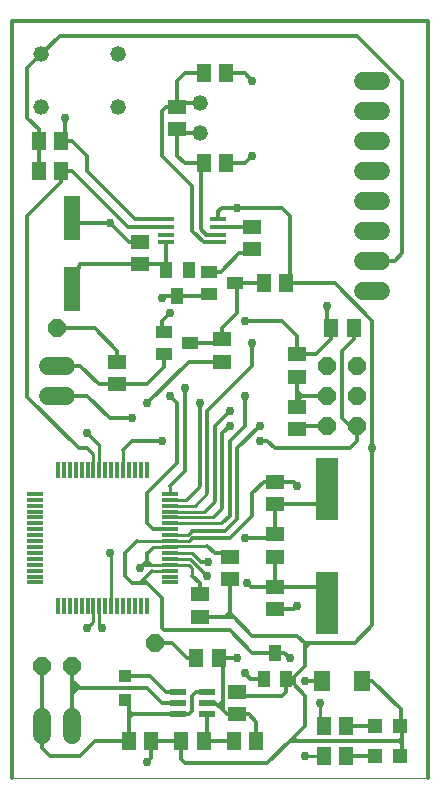
<source format=gtl>
G04 EAGLE Gerber RS-274X export*
G75*
%MOMM*%
%FSLAX34Y34*%
%LPD*%
%INTop Layer*%
%IPPOS*%
%AMOC8*
5,1,8,0,0,1.08239X$1,22.5*%
G01*
%ADD10C,0.000000*%
%ADD11C,0.304800*%
%ADD12P,1.649562X8X22.500000*%
%ADD13P,1.649562X8X112.500000*%
%ADD14R,1.300000X1.500000*%
%ADD15R,1.500000X1.300000*%
%ADD16R,1.400000X3.800000*%
%ADD17R,1.000000X1.400000*%
%ADD18R,0.300000X1.475000*%
%ADD19R,1.475000X0.300000*%
%ADD20R,1.400000X0.600000*%
%ADD21R,1.425000X0.450000*%
%ADD22R,1.000000X1.000000*%
%ADD23R,1.400000X1.000000*%
%ADD24R,1.930400X5.334000*%
%ADD25C,1.508000*%
%ADD26C,1.320800*%
%ADD27R,1.200000X1.200000*%
%ADD28R,1.400000X1.800000*%
%ADD29C,0.756400*%
%ADD30C,0.254000*%
%ADD31C,0.152400*%


D10*
X0Y0D02*
X352300Y0D01*
D11*
X352300Y641250D01*
X0Y641250D01*
X0Y0D01*
D12*
X120650Y114300D03*
X25400Y95250D03*
D13*
X292100Y298450D03*
X266700Y298450D03*
X292100Y323850D03*
X266700Y323850D03*
X292100Y349250D03*
X266700Y349250D03*
D14*
X98450Y31750D03*
X117450Y31750D03*
D15*
X184150Y187300D03*
X184150Y168300D03*
X241300Y314300D03*
X241300Y295300D03*
X190500Y54000D03*
X190500Y73000D03*
X222250Y231800D03*
X222250Y250800D03*
X222250Y161900D03*
X222250Y142900D03*
X107950Y454000D03*
X107950Y435000D03*
D16*
X50800Y474500D03*
X50800Y414500D03*
D15*
X158750Y155550D03*
X158750Y136550D03*
D17*
X139700Y408100D03*
X130200Y430100D03*
X149200Y430100D03*
D12*
X38100Y381000D03*
X50800Y95250D03*
D18*
X38700Y145820D03*
X43700Y145820D03*
X48700Y145820D03*
X53700Y145820D03*
X58700Y145820D03*
X63700Y145820D03*
X68700Y145820D03*
X73700Y145820D03*
X78700Y145820D03*
X83700Y145820D03*
X88700Y145820D03*
X93700Y145820D03*
X98700Y145820D03*
X103700Y145820D03*
X108700Y145820D03*
X113700Y145820D03*
D19*
X133580Y165700D03*
X133580Y170700D03*
X133580Y175700D03*
X133580Y180700D03*
X133580Y185700D03*
X133580Y190700D03*
X133580Y195700D03*
X133580Y200700D03*
X133580Y205700D03*
X133580Y210700D03*
X133580Y215700D03*
X133580Y220700D03*
X133580Y225700D03*
X133580Y230700D03*
X133580Y235700D03*
X133580Y240700D03*
D18*
X113700Y260580D03*
X108700Y260580D03*
X103700Y260580D03*
X98700Y260580D03*
X93700Y260580D03*
X88700Y260580D03*
X83700Y260580D03*
X78700Y260580D03*
X73700Y260580D03*
X68700Y260580D03*
X63700Y260580D03*
X58700Y260580D03*
X53700Y260580D03*
X48700Y260580D03*
X43700Y260580D03*
X38700Y260580D03*
D19*
X18820Y240700D03*
X18820Y235700D03*
X18820Y230700D03*
X18820Y225700D03*
X18820Y220700D03*
X18820Y215700D03*
X18820Y210700D03*
X18820Y205700D03*
X18820Y200700D03*
X18820Y195700D03*
X18820Y190700D03*
X18820Y185700D03*
X18820Y180700D03*
X18820Y175700D03*
X18820Y170700D03*
X18820Y165700D03*
D20*
X139900Y73000D03*
X139900Y63500D03*
X139900Y54000D03*
X164900Y54000D03*
X164900Y63500D03*
X164900Y73000D03*
D21*
X174520Y453800D03*
X174520Y460300D03*
X174520Y466800D03*
X174520Y473300D03*
X130280Y473300D03*
X130280Y466800D03*
X130280Y460300D03*
X130280Y453800D03*
D22*
X95250Y86200D03*
X95250Y66200D03*
D23*
X188800Y419100D03*
X166800Y409600D03*
X166800Y428600D03*
D24*
X266700Y148590D03*
X266700Y245110D03*
D14*
X187350Y31750D03*
X206350Y31750D03*
D15*
X222250Y187350D03*
X222250Y206350D03*
X88900Y333400D03*
X88900Y352400D03*
D14*
X288900Y381000D03*
X269900Y381000D03*
D15*
X241300Y339750D03*
X241300Y358750D03*
D14*
X142900Y31750D03*
X161900Y31750D03*
X41250Y514350D03*
X22250Y514350D03*
X41250Y539750D03*
X22250Y539750D03*
D15*
X177800Y371450D03*
X177800Y352450D03*
X203200Y447700D03*
X203200Y466700D03*
D14*
X231750Y419100D03*
X212750Y419100D03*
D25*
X50800Y51990D02*
X50800Y36910D01*
X25400Y36910D02*
X25400Y51990D01*
X30560Y323850D02*
X45640Y323850D01*
X45640Y349250D02*
X30560Y349250D01*
D17*
X222250Y106250D03*
X231750Y84250D03*
X212750Y84250D03*
D15*
X139700Y568300D03*
X139700Y549300D03*
D26*
X158750Y571500D03*
X158750Y546100D03*
D14*
X161950Y520700D03*
X180950Y520700D03*
X161950Y596900D03*
X180950Y596900D03*
D25*
X297260Y412750D02*
X312340Y412750D01*
X312340Y438150D02*
X297260Y438150D01*
X297260Y463550D02*
X312340Y463550D01*
X312340Y488950D02*
X297260Y488950D01*
X297260Y514350D02*
X312340Y514350D01*
X312340Y539750D02*
X297260Y539750D01*
X297260Y565150D02*
X312340Y565150D01*
X312340Y590550D02*
X297260Y590550D01*
D23*
X150700Y368300D03*
X128700Y358800D03*
X128700Y377800D03*
D27*
X328000Y44450D03*
X307000Y44450D03*
X328000Y19050D03*
X307000Y19050D03*
D14*
X282550Y19050D03*
X263550Y19050D03*
X282550Y44450D03*
X263550Y44450D03*
D26*
X24638Y613156D03*
X89662Y613156D03*
X89662Y567944D03*
X24638Y567944D03*
D28*
X262400Y82550D03*
X296400Y82550D03*
D14*
X155600Y101600D03*
X174600Y101600D03*
D11*
X142900Y31750D02*
X117450Y31750D01*
X127000Y63500D02*
X139900Y63500D01*
X127000Y63500D02*
X114300Y76200D01*
X50800Y71120D02*
X50800Y44450D01*
X50800Y71120D02*
X50800Y77470D01*
X50800Y81280D01*
X50800Y82550D01*
X50800Y95250D01*
D29*
X114300Y13942D03*
D11*
X117450Y17092D01*
X117450Y31750D01*
X228600Y69850D02*
X231750Y73000D01*
X231750Y84250D01*
X107950Y454000D02*
X98450Y454000D01*
D29*
X190500Y482600D03*
D11*
X177148Y482600D01*
X174520Y479972D01*
X247650Y95250D02*
X238125Y85725D01*
X236650Y84250D01*
X231750Y84250D01*
X247650Y110490D02*
X247650Y114300D01*
X241300Y120650D01*
X203200Y120650D01*
X174520Y473300D02*
X174520Y479972D01*
X142900Y31750D02*
X142900Y15850D01*
X146050Y12700D01*
X215900Y12700D01*
X238125Y34925D02*
X247650Y44450D01*
X238125Y34925D02*
X234950Y31750D01*
X215900Y12700D01*
X247650Y44450D02*
X247650Y69850D01*
X233250Y84250D02*
X231750Y84250D01*
X238125Y79375D02*
X247650Y69850D01*
X238125Y79375D02*
X234950Y82550D01*
X233250Y84250D01*
X234950Y82550D02*
X236650Y84250D01*
X238125Y85725D02*
X238125Y79375D01*
X184150Y139700D02*
X184150Y140360D01*
X184150Y168300D01*
X187300Y136550D02*
X203200Y120650D01*
X187300Y136550D02*
X184150Y139700D01*
X241300Y295300D02*
X244450Y298450D01*
X266700Y298450D01*
X304800Y387350D02*
X273050Y419100D01*
X304800Y387350D02*
X304800Y279400D01*
X273050Y419100D02*
X231750Y419100D01*
X304800Y279400D02*
X304800Y129271D01*
X289829Y114300D01*
X251460Y114300D01*
X247650Y114300D01*
X228600Y482600D02*
X190500Y482600D01*
X228600Y482600D02*
X234950Y476250D01*
X234950Y422300D01*
X231750Y419100D01*
X234950Y31750D02*
X247650Y31750D01*
X327660Y31750D01*
X330200Y31750D02*
X330200Y34290D01*
X330200Y31750D02*
X330200Y29210D01*
X330200Y21250D01*
D30*
X328000Y19050D01*
D29*
X82550Y469900D03*
D11*
X98450Y454000D01*
X327660Y31750D02*
X330200Y31750D01*
X327660Y31750D02*
X330200Y34290D01*
X327660Y31750D02*
X330200Y29210D01*
D30*
X247650Y31750D02*
X241300Y31750D01*
X238125Y34925D01*
D11*
X114300Y76200D02*
X57150Y76200D01*
X50800Y82550D01*
X55880Y76200D02*
X50800Y71120D01*
X52070Y76200D02*
X55880Y76200D01*
X52070Y76200D02*
X50800Y77470D01*
X55880Y76200D02*
X57150Y76200D01*
X55880Y76200D02*
X50800Y81280D01*
X193650Y69850D02*
X228600Y69850D01*
X193650Y69850D02*
X190500Y73000D01*
X247650Y110490D02*
X251460Y114300D01*
X247650Y110490D02*
X247650Y95250D01*
X180340Y136550D02*
X158750Y136550D01*
X180340Y136550D02*
X187300Y136550D01*
X184150Y140360D02*
X180340Y136550D01*
X180950Y520700D02*
X196850Y520700D01*
X203200Y527050D01*
D29*
X203200Y527050D03*
D11*
X196850Y596900D02*
X180950Y596900D01*
X196850Y596900D02*
X203200Y590550D01*
D29*
X203200Y590550D03*
D11*
X328000Y44450D02*
X329100Y43350D01*
X330200Y42250D01*
X330200Y34290D01*
D29*
X304800Y279400D03*
D11*
X304800Y82550D02*
X296400Y82550D01*
X329100Y58250D02*
X329100Y43350D01*
X329100Y58250D02*
X304800Y82550D01*
X82550Y469900D02*
X51409Y469900D01*
X50800Y474500D01*
D30*
X119500Y195700D02*
X133580Y195700D01*
X119500Y195700D02*
X114300Y190500D01*
D11*
X114300Y184150D01*
D30*
X117750Y180700D02*
X133580Y180700D01*
X117750Y180700D02*
X114300Y184150D01*
D29*
X107950Y177800D03*
D11*
X110850Y180700D01*
D30*
X115210Y180700D01*
D11*
X113030Y182880D02*
X114300Y184150D01*
X113030Y182880D02*
X110850Y180700D01*
X330200Y444500D02*
X330200Y590550D01*
X330200Y444500D02*
X323850Y438150D01*
X304800Y438150D01*
X165300Y408100D02*
X139700Y408100D01*
X165300Y408100D02*
X166800Y409600D01*
D29*
X101600Y304800D03*
X127000Y406400D03*
D11*
X128700Y408100D01*
X139700Y408100D01*
X63500Y323850D02*
X38100Y323850D01*
X63500Y323850D02*
X82550Y304800D01*
X101600Y304800D01*
X330200Y590550D02*
X292100Y628650D01*
X22250Y539750D02*
X18288Y543712D01*
X22250Y539750D02*
X22250Y514350D01*
D30*
X133580Y180700D02*
X149500Y180700D01*
X152400Y177800D01*
D29*
X196850Y387350D03*
D11*
X228600Y387350D01*
X241300Y374650D01*
X241300Y358750D01*
D30*
X134730Y196850D02*
X133580Y195700D01*
D11*
X165100Y196850D02*
X171450Y190500D01*
X180950Y190500D01*
X184150Y187300D01*
D30*
X165100Y196850D02*
X134730Y196850D01*
X152400Y177800D02*
X152400Y171450D01*
D11*
X158750Y165100D01*
X158750Y155550D01*
D30*
X117750Y180700D02*
X115210Y180700D01*
X113030Y182880D01*
D11*
X148321Y101600D02*
X155600Y101600D01*
X148321Y101600D02*
X135621Y114300D01*
X120650Y114300D01*
D29*
X247650Y82550D03*
D11*
X262400Y82550D01*
X269900Y371500D02*
X269900Y381000D01*
X257150Y358750D02*
X241300Y358750D01*
X257150Y358750D02*
X269900Y371500D01*
X269900Y381000D02*
X266700Y384200D01*
X266700Y400050D01*
D29*
X266700Y400050D03*
D11*
X40132Y628650D02*
X24638Y613156D01*
X40132Y628650D02*
X292100Y628650D01*
X24638Y613156D02*
X12700Y601218D01*
X12700Y558800D01*
X22250Y549250D02*
X22250Y539750D01*
X22250Y549250D02*
X12700Y558800D01*
X288900Y381000D02*
X288900Y371450D01*
X279400Y361950D01*
X279400Y304800D01*
X285750Y298450D01*
X292100Y298450D01*
D30*
X93700Y277850D02*
X93700Y260580D01*
D11*
X93700Y277850D02*
X101600Y285750D01*
X127000Y285750D01*
D29*
X127000Y285750D03*
X209550Y285750D03*
D11*
X215900Y285750D01*
X222250Y279400D01*
X285750Y279400D02*
X292100Y285750D01*
X292100Y298450D01*
X285750Y279400D02*
X222250Y279400D01*
X222250Y231800D02*
X222250Y206350D01*
X222250Y231800D02*
X269900Y231800D01*
D31*
X273050Y234950D01*
X273050Y238760D01*
X266700Y245110D01*
D30*
X152200Y190700D02*
X133580Y190700D01*
D11*
X159455Y183445D02*
X165805Y183445D01*
D30*
X159455Y183445D02*
X152200Y190700D01*
D29*
X165805Y183445D03*
X196850Y203200D03*
D11*
X219100Y203200D01*
X222250Y206350D01*
X222250Y187350D02*
X222250Y161900D01*
D31*
X266700Y152400D02*
X266700Y148590D01*
D11*
X257200Y161900D02*
X222250Y161900D01*
D31*
X257200Y161900D02*
X266700Y152400D01*
D30*
X150850Y185700D02*
X133580Y185700D01*
X150850Y185700D02*
X165100Y171450D01*
D29*
X165100Y171450D03*
X198854Y165100D03*
D11*
X202054Y161900D01*
X222250Y161900D01*
X245110Y323850D02*
X266700Y323850D01*
X245110Y323850D02*
X241300Y323850D01*
X241300Y320040D01*
X241300Y314300D01*
X241300Y323850D02*
X241300Y327660D01*
X241300Y339750D01*
X241300Y327660D02*
X245110Y323850D01*
X241300Y320040D01*
D30*
X148550Y205700D02*
X133580Y205700D01*
D11*
X190246Y279146D02*
X209550Y298450D01*
X190246Y219725D02*
X180125Y209604D01*
X190246Y219725D02*
X190246Y279146D01*
X180125Y209604D02*
X152454Y209604D01*
D29*
X209550Y298450D03*
D30*
X152454Y209604D02*
X148550Y205700D01*
X133580Y215700D02*
X177600Y215700D01*
D29*
X196850Y323850D03*
D11*
X184150Y222250D02*
X177600Y215700D01*
X184150Y222250D02*
X184150Y285750D01*
X196850Y298450D01*
X196850Y323850D01*
D30*
X169900Y220700D02*
X133580Y220700D01*
X169900Y220700D02*
X177800Y228600D01*
D11*
X177800Y292100D01*
X184150Y298450D01*
D29*
X184150Y298450D03*
D30*
X162200Y225700D02*
X133580Y225700D01*
X162200Y225700D02*
X171450Y234950D01*
D29*
X184150Y311150D03*
D11*
X171450Y298450D01*
X171450Y234950D01*
D30*
X154500Y230700D02*
X133580Y230700D01*
X154500Y230700D02*
X165100Y241300D01*
D29*
X203200Y368300D03*
D11*
X165100Y311150D02*
X165100Y241300D01*
X165100Y311150D02*
X203200Y349250D01*
X203200Y368300D01*
D30*
X83700Y189350D02*
X83700Y145820D01*
D11*
X83700Y189350D02*
X82550Y190500D01*
D29*
X82550Y190500D03*
D11*
X88900Y361950D02*
X69850Y381000D01*
X88900Y361950D02*
X88900Y352400D01*
X69850Y381000D02*
X38100Y381000D01*
D30*
X133580Y235700D02*
X146800Y235700D01*
X158750Y247650D01*
D11*
X158750Y317500D01*
D29*
X158750Y317500D03*
D11*
X133350Y240930D02*
X133580Y240700D01*
D30*
X133350Y240930D02*
X133350Y247650D01*
D29*
X146050Y330200D03*
D11*
X146050Y260350D02*
X133350Y247650D01*
X146050Y260350D02*
X146050Y330200D01*
X149250Y54000D02*
X139900Y54000D01*
X149250Y54000D02*
X152400Y57150D01*
X152400Y69850D01*
X155550Y73000D01*
X164900Y73000D01*
X25400Y95250D02*
X25400Y44450D01*
X69850Y31750D02*
X98450Y31750D01*
X57150Y19050D02*
X31750Y19050D01*
X25400Y25400D01*
X25400Y44450D01*
X57150Y19050D02*
X69850Y31750D01*
X98450Y63000D02*
X95250Y66200D01*
X98450Y63000D02*
X98450Y57150D01*
X98450Y50800D01*
X98450Y31750D01*
X98450Y50800D02*
X101650Y54000D01*
X107950Y54000D01*
X139900Y54000D01*
X101650Y54000D02*
X101600Y54000D01*
X98450Y57150D01*
X161900Y31750D02*
X164900Y34750D01*
X164900Y54000D01*
X161900Y31750D02*
X187350Y31750D01*
X139900Y73000D02*
X130200Y73000D01*
X117000Y86200D02*
X95250Y86200D01*
X117000Y86200D02*
X130200Y73000D01*
X130280Y466800D02*
X98350Y466800D01*
D30*
X68700Y274200D02*
X68700Y260580D01*
X68700Y274200D02*
X63500Y279400D01*
D11*
X56134Y279400D01*
X41250Y504800D02*
X41250Y514350D01*
X50800Y514350D02*
X98350Y466800D01*
X50800Y514350D02*
X41250Y514350D01*
X12700Y322834D02*
X56134Y279400D01*
X12700Y476250D02*
X41250Y504800D01*
X12700Y476250D02*
X12700Y322834D01*
X130280Y473300D02*
X130280Y473622D01*
X63500Y292100D02*
X73700Y281900D01*
D29*
X63500Y292100D03*
D30*
X73700Y281900D02*
X73700Y260580D01*
D29*
X44450Y558800D03*
D11*
X44450Y542950D01*
X41250Y539750D01*
X44450Y539750D01*
X41250Y539750D02*
X50800Y539750D01*
X63500Y527050D01*
X63500Y514350D01*
X104228Y473622D01*
X130280Y473622D01*
D30*
X133580Y200700D02*
X105450Y200700D01*
D11*
X95250Y190500D01*
X222250Y142900D02*
X238150Y142900D01*
X241300Y146050D01*
X238150Y250800D02*
X222250Y250800D01*
X238150Y250800D02*
X241300Y247650D01*
D29*
X241300Y146050D03*
X241300Y247650D03*
D11*
X222250Y247650D02*
X222250Y250800D01*
X101600Y165100D02*
X95250Y171450D01*
X101600Y165100D02*
X107950Y165100D01*
X95250Y171450D02*
X95250Y190500D01*
D30*
X133580Y200700D02*
X149900Y200700D01*
X152400Y203200D01*
D11*
X184150Y203200D01*
X203200Y241300D02*
X212700Y250800D01*
X222250Y250800D01*
X203200Y241300D02*
X203200Y222250D01*
X184150Y203200D01*
X222250Y106250D02*
X230300Y106250D01*
X234950Y101600D01*
D29*
X234950Y101600D03*
D11*
X127000Y127000D02*
X127000Y152400D01*
X127000Y127000D02*
X128700Y125300D01*
X184150Y125300D01*
X203200Y106250D02*
X222250Y106250D01*
X203200Y106250D02*
X184150Y125300D01*
D30*
X133580Y175700D02*
X118550Y175700D01*
D11*
X111760Y168910D01*
X107950Y165100D01*
X114300Y165100D02*
X127000Y152400D01*
X114300Y165100D02*
X107950Y165100D01*
X111760Y167640D02*
X114300Y165100D01*
D30*
X111760Y167640D02*
X111760Y168910D01*
D11*
X119500Y210700D02*
X133580Y210700D01*
X119500Y210700D02*
X114300Y215900D01*
X139700Y266700D02*
X139700Y317500D01*
X114300Y241300D02*
X114300Y215900D01*
X114300Y241300D02*
X139700Y266700D01*
X139700Y317500D02*
X133350Y323850D01*
D29*
X133350Y323850D03*
X133350Y393700D03*
D11*
X127000Y387350D01*
X127000Y379500D01*
X128700Y377800D01*
X188800Y419100D02*
X212750Y419100D01*
X177800Y381000D02*
X177800Y371450D01*
X177800Y381000D02*
X190500Y393700D01*
X190500Y417400D01*
X188800Y419100D01*
X177800Y371450D02*
X174650Y368300D01*
X150700Y368300D01*
X176300Y428600D02*
X192200Y444500D01*
X176300Y428600D02*
X166800Y428600D01*
X192200Y444500D02*
X203200Y444500D01*
X203200Y447700D01*
X130280Y453800D02*
X130280Y430180D01*
X130200Y430100D01*
X125300Y435000D01*
X107950Y435000D01*
X57537Y435000D02*
X50800Y414500D01*
X57537Y435000D02*
X107950Y435000D01*
X159886Y464686D02*
X164271Y460300D01*
X174520Y460300D01*
X142900Y546100D02*
X139700Y549300D01*
X142900Y546100D02*
X158750Y546100D01*
X139700Y549300D02*
X139700Y527050D01*
X146050Y520700D01*
X161950Y520700D01*
X159886Y518636D02*
X159886Y464686D01*
X159886Y518636D02*
X161950Y520700D01*
X162150Y453800D02*
X174520Y453800D01*
X162150Y453800D02*
X152400Y463550D01*
X146050Y596900D02*
X161950Y596900D01*
X146050Y596900D02*
X139700Y590550D01*
X139700Y568300D01*
X142900Y571500D01*
X158750Y571500D01*
X139700Y568300D02*
X130150Y568300D01*
X127000Y565150D01*
X127000Y527050D01*
X152400Y501650D01*
X152400Y463550D01*
X201500Y84250D02*
X212750Y84250D01*
D29*
X196850Y88900D03*
D11*
X201500Y84250D01*
X177800Y352450D02*
X149250Y352450D01*
D29*
X114300Y317500D03*
D11*
X149250Y352450D01*
X57150Y349250D02*
X38100Y349250D01*
X73000Y333400D02*
X88900Y333400D01*
X73000Y333400D02*
X57150Y349250D01*
X88900Y333400D02*
X114300Y333400D01*
X128700Y347800D01*
X128700Y358800D01*
D30*
X260350Y47650D02*
X263550Y44450D01*
X260350Y47650D02*
X260350Y63500D01*
D29*
X260350Y63500D03*
X76200Y127000D03*
D30*
X73700Y129500D02*
X73700Y145820D01*
X73700Y129500D02*
X76200Y127000D01*
X247650Y19050D02*
X263550Y19050D01*
D29*
X63500Y127000D03*
D30*
X68700Y132200D02*
X68700Y145820D01*
X68700Y132200D02*
X63500Y127000D01*
D29*
X247650Y19050D03*
D11*
X282550Y44450D02*
X307000Y44450D01*
X307000Y19050D02*
X282550Y19050D01*
X203100Y466800D02*
X174520Y466800D01*
X203100Y466800D02*
X203200Y466700D01*
X200000Y54000D02*
X190500Y54000D01*
X206350Y47650D02*
X206350Y31750D01*
X206350Y47650D02*
X200000Y54000D01*
X190500Y54000D02*
X181366Y54000D01*
X171866Y63500D02*
X164900Y63500D01*
X178008Y57358D02*
X181366Y54000D01*
X178008Y57358D02*
X175468Y59898D01*
X174198Y61168D01*
X171866Y63500D01*
X178008Y98192D02*
X174600Y101600D01*
X178008Y98192D02*
X178008Y64978D01*
X178008Y62438D02*
X178008Y57358D01*
X174198Y61168D02*
X178008Y64978D01*
X178008Y62438D02*
X175468Y59898D01*
X178008Y62438D02*
X178008Y64978D01*
X174600Y101600D02*
X190500Y101600D01*
D29*
X190500Y101600D03*
M02*

</source>
